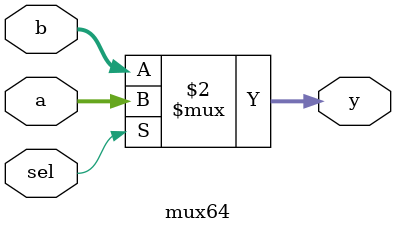
<source format=sv>
`timescale 1ns / 1ps

module mux64 ( 
        input logic sel,
        input logic [63:0] a,
        input logic [63:0] b,
        output logic [63:0] y
);

always_comb begin
        y = sel ? a : b;
end

endmodule
</source>
